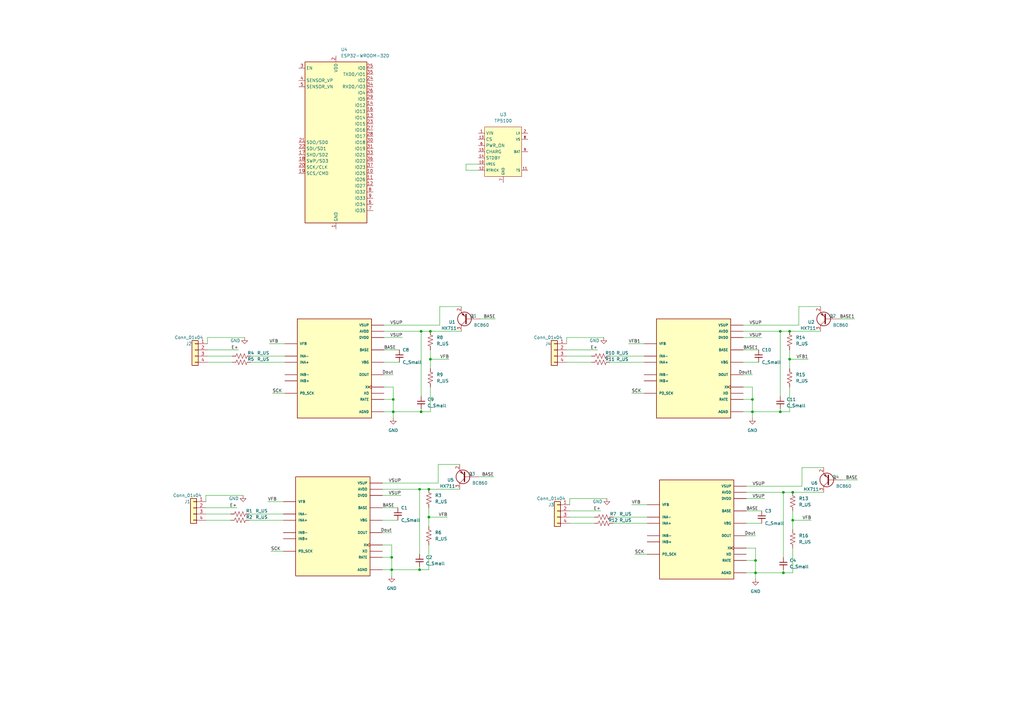
<source format=kicad_sch>
(kicad_sch (version 20230121) (generator eeschema)
  (paper "A3")
  (lib_symbols
    (symbol "Connector_Generic:Conn_01x04" (pin_names (offset 1.016) hide)
      (property "Reference" "J" (at 0 5.08 0))
      (property "Value" "Conn_01x04" (at 0 -7.62 0))
      (symbol "Conn_01x04_1_1"
        (rectangle (start -1.27 -4.953) (end 0 -5.207) (stroke (width 0.1524)))
        (rectangle (start -1.27 -2.413) (end 0 -2.667) (stroke (width 0.1524)))
        (rectangle (start -1.27 0.127) (end 0 -0.127) (stroke (width 0.1524)))
        (rectangle (start -1.27 2.667) (end 0 2.413) (stroke (width 0.1524)))
        (rectangle (start -1.27 3.81) (end 1.27 -6.35) (stroke (width 0.254)) (fill (type background)))
        (pin passive line (at -5.08 2.54 0) (length 3.81) (name "Pin_1") (number "1"))
        (pin passive line (at -5.08 0 0) (length 3.81) (name "Pin_2") (number "2"))
        (pin passive line (at -5.08 -2.54 0) (length 3.81) (name "Pin_3") (number "3"))
        (pin passive line (at -5.08 -5.08 0) (length 3.81) (name "Pin_4") (number "4"))
      )
    )
    (symbol "Device:C_Small" (pin_numbers hide) (pin_names (offset 0.254) hide)
      (property "Reference" "C" (at 0.254 1.778 0))
      (property "Value" "C_Small" (at 0.254 -2.032 0))
      (symbol "C_Small_0_1"
        (polyline (pts (xy -1.524 -0.508) (xy 1.524 -0.508)) (stroke (width 0.3302)))
        (polyline (pts (xy -1.524 0.508) (xy 1.524 0.508)) (stroke (width 0.3048)))
      )
      (symbol "C_Small_1_1"
        (pin passive line (at 0 2.54 270) (length 2.032) (name "~") (number "1"))
        (pin passive line (at 0 -2.54 90) (length 2.032) (name "~") (number "2"))
      )
    )
    (symbol "Device:R_US" (pin_numbers hide) (pin_names (offset 0))
      (property "Reference" "R" (at 2.54 0 90))
      (property "Value" "R_US" (at -2.54 0 90))
      (symbol "R_US_0_1"
        (polyline (pts (xy 0 -2.286) (xy 0 -2.54)))
        (polyline (pts (xy 0 2.286) (xy 0 2.54)))
        (polyline (pts (xy 0 -0.762) (xy 1.016 -1.143) (xy 0 -1.524) (xy -1.016 -1.905) (xy 0 -2.286)))
        (polyline (pts (xy 0 0.762) (xy 1.016 0.381) (xy 0 0) (xy -1.016 -0.381) (xy 0 -0.762)))
        (polyline (pts (xy 0 2.286) (xy 1.016 1.905) (xy 0 1.524) (xy -1.016 1.143) (xy 0 0.762)))
      )
      (symbol "R_US_1_1"
        (pin passive line (at 0 3.81 270) (length 1.27) (name "~") (number "1"))
        (pin passive line (at 0 -3.81 90) (length 1.27) (name "~") (number "2"))
      )
    )
    (symbol "HX711:HX711" (pin_numbers hide) (pin_names (offset 1.016))
      (property "Reference" "U" (at -15.24 22.86 0))
      (property "Value" "HX711" (at -15.24 -25.4 0))
      (symbol "HX711_0_0"
        (rectangle (start -15.24 -20.32) (end 15.24 20.32) (stroke (width 0.254)) (fill (type background)))
        (pin power_in line (at 20.32 17.78 180) (length 5.08) (name "VSUP") (number "1"))
        (pin input line (at -20.32 -5.08 0) (length 5.08) (name "INB+") (number "10"))
        (pin input line (at -20.32 -10.16 0) (length 5.08) (name "PD_SCK") (number "11"))
        (pin output line (at 20.32 -2.54 180) (length 5.08) (name "DOUT") (number "12"))
        (pin output line (at 20.32 -10.16 180) (length 5.08) (name "XO") (number "13"))
        (pin input clock (at 20.32 -7.62 180) (length 5.08) (name "XI") (number "14"))
        (pin input line (at 20.32 -12.7 180) (length 5.08) (name "RATE") (number "15"))
        (pin power_in line (at 20.32 12.7 180) (length 5.08) (name "DVDD") (number "16"))
        (pin output line (at 20.32 7.62 180) (length 5.08) (name "BASE") (number "2"))
        (pin power_in line (at 20.32 15.24 180) (length 5.08) (name "AVDD") (number "3"))
        (pin input line (at -20.32 10.16 0) (length 5.08) (name "VFB") (number "4"))
        (pin power_in line (at 20.32 -17.78 180) (length 5.08) (name "AGND") (number "5"))
        (pin output line (at 20.32 2.54 180) (length 5.08) (name "VBG") (number "6"))
        (pin input line (at -20.32 5.08 0) (length 5.08) (name "INA-") (number "7"))
        (pin input line (at -20.32 2.54 0) (length 5.08) (name "INA+") (number "8"))
        (pin input line (at -20.32 -2.54 0) (length 5.08) (name "INB-") (number "9"))
      )
    )
    (symbol "New_Library:TP5100"
      (property "Reference" "U" (at -13.97 0 0))
      (property "Value" "TP5100" (at -13.97 3.81 0))
      (symbol "TP5100_0_1"
        (rectangle (start -20.32 -1.27) (end -5.08 -21.59) (fill (type background)))
      )
      (symbol "TP5100_1_1"
        (pin input line (at -22.86 -3.81 0) (length 2.54) (name "VIN") (number "1"))
        (pin input line (at -22.86 -16.51 0) (length 2.54) (name "VREG") (number "10"))
        (pin input line (at -2.54 -19.05 180) (length 2.54) (name "TS") (number "11"))
        (pin input line (at -22.86 -19.05 0) (length 2.54) (name "RTRICK") (number "12"))
        (pin input line (at -22.86 -6.35 0) (length 2.54) (name "CS") (number "13"))
        (pin input line (at -22.86 -13.97 0) (length 2.54) (name "STDBY") (number "14"))
        (pin input line (at -22.86 -11.43 0) (length 2.54) (name "CHARG") (number "15"))
        (pin input line (at -2.54 -3.81 180) (length 2.54) (name "LX") (number "2"))
        (pin input line (at -22.86 -8.89 0) (length 2.54) (name "PWR_ON") (number "6"))
        (pin input line (at -12.7 -24.13 90) (length 2.54) (name "GND") (number "7"))
        (pin input line (at -2.54 -6.35 180) (length 2.54) (name "VS") (number "8"))
        (pin input line (at -2.54 -11.43 180) (length 2.54) (name "BAT") (number "9"))
      )
    )
    (symbol "RF_Module:ESP32-WROOM-32D"
      (property "Reference" "U" (at -12.7 34.29 0))
      (property "Value" "ESP32-WROOM-32D" (at 1.27 34.29 0))
      (symbol "ESP32-WROOM-32D_0_1"
        (rectangle (start -12.7 33.02) (end 12.7 -33.02) (stroke (width 0.254)) (fill (type background)))
      )
      (symbol "ESP32-WROOM-32D_1_1"
        (pin power_in line (at 0 -35.56 90) (length 2.54) (name "GND") (number "1"))
        (pin bidirectional line (at 15.24 -12.7 180) (length 2.54) (name "IO25") (number "10"))
        (pin bidirectional line (at 15.24 -15.24 180) (length 2.54) (name "IO26") (number "11"))
        (pin bidirectional line (at 15.24 -17.78 180) (length 2.54) (name "IO27") (number "12"))
        (pin bidirectional line (at 15.24 10.16 180) (length 2.54) (name "IO14") (number "13"))
        (pin bidirectional line (at 15.24 15.24 180) (length 2.54) (name "IO12") (number "14"))
        (pin passive line (at 0 -35.56 90) (length 2.54) hide (name "GND") (number "15"))
        (pin bidirectional line (at 15.24 12.7 180) (length 2.54) (name "IO13") (number "16"))
        (pin bidirectional line (at -15.24 -5.08 0) (length 2.54) (name "SHD/SD2") (number "17"))
        (pin bidirectional line (at -15.24 -7.62 0) (length 2.54) (name "SWP/SD3") (number "18"))
        (pin bidirectional line (at -15.24 -12.7 0) (length 2.54) (name "SCS/CMD") (number "19"))
        (pin power_in line (at 0 35.56 270) (length 2.54) (name "VDD") (number "2"))
        (pin bidirectional line (at -15.24 -10.16 0) (length 2.54) (name "SCK/CLK") (number "20"))
        (pin bidirectional line (at -15.24 0 0) (length 2.54) (name "SDO/SD0") (number "21"))
        (pin bidirectional line (at -15.24 -2.54 0) (length 2.54) (name "SDI/SD1") (number "22"))
        (pin bidirectional line (at 15.24 7.62 180) (length 2.54) (name "IO15") (number "23"))
        (pin bidirectional line (at 15.24 25.4 180) (length 2.54) (name "IO2") (number "24"))
        (pin bidirectional line (at 15.24 30.48 180) (length 2.54) (name "IO0") (number "25"))
        (pin bidirectional line (at 15.24 20.32 180) (length 2.54) (name "IO4") (number "26"))
        (pin bidirectional line (at 15.24 5.08 180) (length 2.54) (name "IO16") (number "27"))
        (pin bidirectional line (at 15.24 2.54 180) (length 2.54) (name "IO17") (number "28"))
        (pin bidirectional line (at 15.24 17.78 180) (length 2.54) (name "IO5") (number "29"))
        (pin input line (at -15.24 30.48 0) (length 2.54) (name "EN") (number "3"))
        (pin bidirectional line (at 15.24 0 180) (length 2.54) (name "IO18") (number "30"))
        (pin bidirectional line (at 15.24 -2.54 180) (length 2.54) (name "IO19") (number "31"))
        (pin no_connect line (at -12.7 -27.94 0) (length 2.54) hide (name "NC") (number "32"))
        (pin bidirectional line (at 15.24 -5.08 180) (length 2.54) (name "IO21") (number "33"))
        (pin bidirectional line (at 15.24 22.86 180) (length 2.54) (name "RXD0/IO3") (number "34"))
        (pin bidirectional line (at 15.24 27.94 180) (length 2.54) (name "TXD0/IO1") (number "35"))
        (pin bidirectional line (at 15.24 -7.62 180) (length 2.54) (name "IO22") (number "36"))
        (pin bidirectional line (at 15.24 -10.16 180) (length 2.54) (name "IO23") (number "37"))
        (pin passive line (at 0 -35.56 90) (length 2.54) hide (name "GND") (number "38"))
        (pin passive line (at 0 -35.56 90) (length 2.54) hide (name "GND") (number "39"))
        (pin input line (at -15.24 25.4 0) (length 2.54) (name "SENSOR_VP") (number "4"))
        (pin input line (at -15.24 22.86 0) (length 2.54) (name "SENSOR_VN") (number "5"))
        (pin input line (at 15.24 -25.4 180) (length 2.54) (name "IO34") (number "6"))
        (pin input line (at 15.24 -27.94 180) (length 2.54) (name "IO35") (number "7"))
        (pin bidirectional line (at 15.24 -20.32 180) (length 2.54) (name "IO32") (number "8"))
        (pin bidirectional line (at 15.24 -22.86 180) (length 2.54) (name "IO33") (number "9"))
      )
    )
    (symbol "Transistor_BJT:BC860" (pin_names (offset 0) hide)
      (property "Reference" "Q" (at 5.08 1.905 0))
      (property "Value" "BC860" (at 5.08 0 0))
      (symbol "BC860_0_1"
        (polyline (pts (xy 0.635 0.635) (xy 2.54 2.54)))
        (polyline (pts (xy 0.635 -0.635) (xy 2.54 -2.54) (xy 2.54 -2.54)))
        (polyline (pts (xy 0.635 1.905) (xy 0.635 -1.905) (xy 0.635 -1.905)) (stroke (width 0.508)))
        (polyline (pts (xy 2.286 -1.778) (xy 1.778 -2.286) (xy 1.27 -1.27) (xy 2.286 -1.778) (xy 2.286 -1.778)) (fill (type outline)))
        (circle (center 1.27 0) (radius 2.8194) (stroke (width 0.254)))
      )
      (symbol "BC860_1_1"
        (pin input line (at -5.08 0 0) (length 5.715) (name "B") (number "1"))
        (pin passive line (at 2.54 -5.08 90) (length 2.54) (name "E") (number "2"))
        (pin passive line (at 2.54 5.08 270) (length 2.54) (name "C") (number "3"))
      )
    )
    (symbol "power:GND" (power) (pin_names (offset 0))
      (property "Value" "GND" (at 0 -3.81 0))
      (symbol "GND_0_1"
        (polyline (pts (xy 0 0) (xy 0 -1.27) (xy 1.27 -1.27) (xy 0 -2.54) (xy -1.27 -1.27) (xy 0 -1.27)))
      )
      (symbol "GND_1_1"
        (pin power_in line (at 0 0 270) (length 0) hide (name "GND") (number "1"))
      )
    )
  )
  (junction (at 308.61 163.83))
  (junction (at 176.53 135.89))
  (junction (at 308.61 168.91))
  (junction (at 175.895 212.09))
  (junction (at 161.29 168.91))
  (junction (at 172.085 200.66))
  (junction (at 325.12 213.36))
  (junction (at 160.655 228.6))
  (junction (at 172.72 135.89))
  (junction (at 175.895 200.66))
  (junction (at 309.88 234.95))
  (junction (at 176.53 147.32))
  (junction (at 323.85 135.89))
  (junction (at 161.29 163.83))
  (junction (at 172.72 168.91))
  (junction (at 323.85 147.32))
  (junction (at 321.31 201.93))
  (junction (at 325.12 201.93))
  (junction (at 321.31 234.95))
  (junction (at 309.88 229.87))
  (junction (at 172.085 233.68))
  (junction (at 320.04 135.89))
  (junction (at 320.04 168.91))
  (junction (at 160.655 233.68))
  (wire (pts (xy 179.705 198.12) (xy 179.705 190.5)))
  (wire (pts (xy 156.845 208.28) (xy 163.195 208.28)))
  (wire (pts (xy 85.09 143.51) (xy 97.79 143.51)))
  (wire (pts (xy 160.655 223.52) (xy 160.655 228.6)))
  (wire (pts (xy 157.48 133.35) (xy 180.34 133.35)))
  (wire (pts (xy 176.53 143.51) (xy 176.53 147.32)))
  (wire (pts (xy 161.29 158.75) (xy 161.29 163.83)))
  (wire (pts (xy 321.31 201.93) (xy 321.31 228.6)))
  (wire (pts (xy 172.085 232.41) (xy 172.085 233.68)))
  (wire (pts (xy 156.845 203.2) (xy 164.465 203.2)))
  (wire (pts (xy 180.34 133.35) (xy 180.34 125.73)))
  (wire (pts (xy 172.085 200.66) (xy 175.895 200.66)))
  (wire (pts (xy 308.61 168.91) (xy 304.8 168.91)))
  (wire (pts (xy 306.07 209.55) (xy 312.42 209.55)))
  (wire (pts (xy 323.85 143.51) (xy 323.85 147.32)))
  (wire (pts (xy 259.08 207.01) (xy 265.43 207.01)))
  (wire (pts (xy 325.12 213.36) (xy 325.12 217.17)))
  (wire (pts (xy 304.8 158.75) (xy 308.61 158.75)))
  (wire (pts (xy 172.085 200.66) (xy 172.085 227.33)))
  (wire (pts (xy 233.68 204.47) (xy 248.92 204.47)))
  (wire (pts (xy 109.855 205.74) (xy 116.205 205.74)))
  (wire (pts (xy 309.88 234.95) (xy 309.88 237.49)))
  (wire (pts (xy 176.53 168.91) (xy 172.72 168.91)))
  (wire (pts (xy 157.48 153.67) (xy 161.29 153.67)))
  (wire (pts (xy 308.61 158.75) (xy 308.61 163.83)))
  (wire (pts (xy 161.29 163.83) (xy 157.48 163.83)))
  (wire (pts (xy 111.76 161.29) (xy 116.84 161.29)))
  (wire (pts (xy 172.72 168.91) (xy 161.29 168.91)))
  (wire (pts (xy 327.66 133.35) (xy 327.66 125.73)))
  (wire (pts (xy 172.72 135.89) (xy 176.53 135.89)))
  (wire (pts (xy 175.895 208.28) (xy 175.895 212.09)))
  (wire (pts (xy 175.895 212.09) (xy 183.515 212.09)))
  (wire (pts (xy 232.41 148.59) (xy 242.57 148.59)))
  (wire (pts (xy 308.61 163.83) (xy 304.8 163.83)))
  (wire (pts (xy 157.48 158.75) (xy 161.29 158.75)))
  (wire (pts (xy 160.655 228.6) (xy 160.655 233.68)))
  (wire (pts (xy 325.12 234.95) (xy 321.31 234.95)))
  (wire (pts (xy 308.61 168.91) (xy 308.61 171.45)))
  (wire (pts (xy 161.29 168.91) (xy 161.29 171.45)))
  (wire (pts (xy 259.08 161.29) (xy 264.16 161.29)))
  (wire (pts (xy 233.68 207.01) (xy 233.68 204.47)))
  (wire (pts (xy 196.215 69.85) (xy 191.135 69.85)))
  (wire (pts (xy 325.12 209.55) (xy 325.12 213.36)))
  (wire (pts (xy 102.235 210.82) (xy 116.205 210.82)))
  (wire (pts (xy 110.49 140.97) (xy 116.84 140.97)))
  (wire (pts (xy 304.8 153.67) (xy 308.61 153.67)))
  (wire (pts (xy 157.48 138.43) (xy 165.1 138.43)))
  (wire (pts (xy 160.655 233.68) (xy 156.845 233.68)))
  (wire (pts (xy 176.53 158.75) (xy 176.53 168.91)))
  (wire (pts (xy 232.41 140.97) (xy 232.41 138.43)))
  (wire (pts (xy 306.07 224.79) (xy 309.88 224.79)))
  (wire (pts (xy 84.455 208.28) (xy 97.155 208.28)))
  (wire (pts (xy 85.09 138.43) (xy 100.33 138.43)))
  (wire (pts (xy 160.655 228.6) (xy 156.845 228.6)))
  (wire (pts (xy 306.07 214.63) (xy 312.42 214.63)))
  (wire (pts (xy 306.07 204.47) (xy 313.69 204.47)))
  (wire (pts (xy 176.53 135.89) (xy 189.23 135.89)))
  (wire (pts (xy 84.455 213.36) (xy 94.615 213.36)))
  (wire (pts (xy 156.845 218.44) (xy 160.655 218.44)))
  (wire (pts (xy 309.88 224.79) (xy 309.88 229.87)))
  (wire (pts (xy 320.04 135.89) (xy 323.85 135.89)))
  (wire (pts (xy 157.48 148.59) (xy 163.83 148.59)))
  (wire (pts (xy 233.68 214.63) (xy 243.84 214.63)))
  (wire (pts (xy 111.125 226.06) (xy 116.205 226.06)))
  (wire (pts (xy 84.455 210.82) (xy 94.615 210.82)))
  (wire (pts (xy 84.455 205.74) (xy 84.455 203.2)))
  (wire (pts (xy 309.88 229.87) (xy 309.88 234.95)))
  (wire (pts (xy 191.135 69.85) (xy 191.135 67.31)))
  (wire (pts (xy 172.72 167.64) (xy 172.72 168.91)))
  (wire (pts (xy 156.845 223.52) (xy 160.655 223.52)))
  (wire (pts (xy 260.35 227.33) (xy 265.43 227.33)))
  (wire (pts (xy 84.455 203.2) (xy 99.695 203.2)))
  (wire (pts (xy 320.04 135.89) (xy 320.04 162.56)))
  (wire (pts (xy 232.41 138.43) (xy 247.65 138.43)))
  (wire (pts (xy 257.81 140.97) (xy 264.16 140.97)))
  (wire (pts (xy 309.88 234.95) (xy 306.07 234.95)))
  (wire (pts (xy 320.04 167.64) (xy 320.04 168.91)))
  (wire (pts (xy 306.07 199.39) (xy 328.93 199.39)))
  (wire (pts (xy 328.93 199.39) (xy 328.93 191.77)))
  (wire (pts (xy 233.68 212.09) (xy 243.84 212.09)))
  (wire (pts (xy 175.895 200.66) (xy 188.595 200.66)))
  (wire (pts (xy 304.8 148.59) (xy 311.15 148.59)))
  (wire (pts (xy 232.41 143.51) (xy 245.11 143.51)))
  (wire (pts (xy 309.88 229.87) (xy 306.07 229.87)))
  (wire (pts (xy 251.46 214.63) (xy 265.43 214.63)))
  (wire (pts (xy 156.845 213.36) (xy 163.195 213.36)))
  (wire (pts (xy 304.8 133.35) (xy 327.66 133.35)))
  (wire (pts (xy 161.29 163.83) (xy 161.29 168.91)))
  (wire (pts (xy 251.46 212.09) (xy 265.43 212.09)))
  (wire (pts (xy 176.53 147.32) (xy 176.53 151.13)))
  (wire (pts (xy 321.31 201.93) (xy 325.12 201.93)))
  (wire (pts (xy 102.235 213.36) (xy 116.205 213.36)))
  (wire (pts (xy 172.72 135.89) (xy 172.72 162.56)))
  (wire (pts (xy 344.17 130.81) (xy 350.52 130.81)))
  (wire (pts (xy 306.07 201.93) (xy 321.31 201.93)))
  (wire (pts (xy 85.09 146.05) (xy 95.25 146.05)))
  (wire (pts (xy 233.68 209.55) (xy 246.38 209.55)))
  (wire (pts (xy 306.07 219.71) (xy 309.88 219.71)))
  (wire (pts (xy 180.34 125.73) (xy 189.23 125.73)))
  (wire (pts (xy 250.19 146.05) (xy 264.16 146.05)))
  (wire (pts (xy 325.12 213.36) (xy 332.74 213.36)))
  (wire (pts (xy 157.48 135.89) (xy 172.72 135.89)))
  (wire (pts (xy 191.135 67.31) (xy 196.215 67.31)))
  (wire (pts (xy 323.85 147.32) (xy 323.85 151.13)))
  (wire (pts (xy 321.31 234.95) (xy 309.88 234.95)))
  (wire (pts (xy 172.085 233.68) (xy 160.655 233.68)))
  (wire (pts (xy 156.845 198.12) (xy 179.705 198.12)))
  (wire (pts (xy 325.12 201.93) (xy 337.82 201.93)))
  (wire (pts (xy 323.85 158.75) (xy 323.85 168.91)))
  (wire (pts (xy 160.655 233.68) (xy 160.655 236.22)))
  (wire (pts (xy 323.85 135.89) (xy 336.55 135.89)))
  (wire (pts (xy 304.8 135.89) (xy 320.04 135.89)))
  (wire (pts (xy 345.44 196.85) (xy 351.79 196.85)))
  (wire (pts (xy 320.04 168.91) (xy 308.61 168.91)))
  (wire (pts (xy 250.19 148.59) (xy 264.16 148.59)))
  (wire (pts (xy 232.41 146.05) (xy 242.57 146.05)))
  (wire (pts (xy 308.61 163.83) (xy 308.61 168.91)))
  (wire (pts (xy 323.85 147.32) (xy 331.47 147.32)))
  (wire (pts (xy 102.87 148.59) (xy 116.84 148.59)))
  (wire (pts (xy 328.93 191.77) (xy 337.82 191.77)))
  (wire (pts (xy 176.53 147.32) (xy 184.15 147.32)))
  (wire (pts (xy 196.215 195.58) (xy 202.565 195.58)))
  (wire (pts (xy 323.85 168.91) (xy 320.04 168.91)))
  (wire (pts (xy 304.8 143.51) (xy 311.15 143.51)))
  (wire (pts (xy 161.29 168.91) (xy 157.48 168.91)))
  (wire (pts (xy 157.48 143.51) (xy 163.83 143.51)))
  (wire (pts (xy 196.85 130.81) (xy 203.2 130.81)))
  (wire (pts (xy 175.895 233.68) (xy 172.085 233.68)))
  (wire (pts (xy 85.09 148.59) (xy 95.25 148.59)))
  (wire (pts (xy 102.87 146.05) (xy 116.84 146.05)))
  (wire (pts (xy 327.66 125.73) (xy 336.55 125.73)))
  (wire (pts (xy 175.895 212.09) (xy 175.895 215.9)))
  (wire (pts (xy 175.895 223.52) (xy 175.895 233.68)))
  (wire (pts (xy 325.12 224.79) (xy 325.12 234.95)))
  (wire (pts (xy 85.09 140.97) (xy 85.09 138.43)))
  (wire (pts (xy 179.705 190.5) (xy 188.595 190.5)))
  (wire (pts (xy 304.8 138.43) (xy 312.42 138.43)))
  (wire (pts (xy 156.845 200.66) (xy 172.085 200.66)))
  (wire (pts (xy 321.31 233.68) (xy 321.31 234.95)))
  (label "E+" (at 245.11 143.51 180))
  (label "VSUP" (at 159.385 198.12 0))
  (label "VSUP" (at 160.02 133.35 0))
  (label "VSUP" (at 312.42 138.43 180))
  (label "VFB" (at 183.515 212.09 180))
  (label "BASE" (at 156.845 208.28 0))
  (label "VSUP" (at 308.61 199.39 0))
  (label "VFB" (at 184.15 147.32 180))
  (label "VSUP" (at 164.465 203.2 180))
  (label "VFB1" (at 257.81 140.97 0))
  (label "VFB" (at 332.74 213.36 180))
  (label "Dout" (at 309.88 219.71 180))
  (label "SCK" (at 260.35 227.33 0))
  (label "BASE" (at 203.2 130.81 180))
  (label "SCK" (at 111.76 161.29 0))
  (label "SCK" (at 259.08 161.29 0))
  (label "Dout1" (at 308.61 153.67 180))
  (label "VFB" (at 110.49 140.97 0))
  (label "BASE1" (at 350.52 130.81 180))
  (label "Dout" (at 160.655 218.44 180))
  (label "BASE" (at 157.48 143.51 0))
  (label "E+" (at 97.155 208.28 180))
  (label "VSUP" (at 307.34 133.35 0))
  (label "SCK" (at 111.125 226.06 0))
  (label "E+" (at 246.38 209.55 180))
  (label "VSUP" (at 165.1 138.43 180))
  (label "BASE" (at 202.565 195.58 180))
  (label "BASE" (at 306.07 209.55 0))
  (label "BASE1" (at 304.8 143.51 0))
  (label "VFB" (at 109.855 205.74 0))
  (label "Dout" (at 161.29 153.67 180))
  (label "E+" (at 97.79 143.51 180))
  (label "VFB" (at 259.08 207.01 0))
  (label "BASE" (at 351.79 196.85 180))
  (label "VSUP" (at 313.69 204.47 180))
  (label "VFB1" (at 331.47 147.32 180))
  (symbol (lib_id "power:GND") (at 308.61 171.45 0) (unit 1)
    (property "Reference" "#PWR0106" (effects hide))
    (property "Value" "GND" (at 308.61 176.53 0))
  )
  (symbol (lib_id "power:GND") (at 99.695 203.2 0) (unit 1)
    (property "Reference" "#PWR01" (effects hide))
    (property "Value" "GND" (at 95.885 204.47 0))
  )
  (symbol (lib_id "Device:R_US") (at 99.06 148.59 90) (unit 1)
    (property "Reference" "R5" (at 102.87 147.32 90))
    (property "Value" "R_US" (at 107.95 147.32 90))
    (property "Footprint" "Resistor_SMD:R_0603_1608Metric_Pad0.98x0.95mm_HandSolder" (effects hide))
  )
  (symbol (lib_id "Device:R_US") (at 247.65 212.09 90) (unit 1)
    (property "Reference" "R7" (at 251.46 210.82 90))
    (property "Value" "R_US" (at 256.54 210.82 90))
    (property "Footprint" "Resistor_SMD:R_0603_1608Metric_Pad0.98x0.95mm_HandSolder" (effects hide))
  )
  (symbol (lib_id "Device:R_US") (at 98.425 210.82 90) (unit 1)
    (property "Reference" "R1" (at 102.235 209.55 90))
    (property "Value" "R_US" (at 107.315 209.55 90))
    (property "Footprint" "Resistor_SMD:R_0603_1608Metric_Pad0.98x0.95mm_HandSolder" (effects hide))
  )
  (symbol (lib_id "Device:R_US") (at 175.895 204.47 0) (unit 1)
    (property "Reference" "R3" (at 178.435 203.1999 0) (effects (justify left)))
    (property "Value" "R_US" (at 178.435 205.7399 0) (effects (justify left)))
    (property "Footprint" "Resistor_SMD:R_0603_1608Metric_Pad0.98x0.95mm_HandSolder" (effects hide))
  )
  (symbol (lib_id "New_Library:TP5100") (at 219.075 50.8 0) (unit 1)
    (property "Reference" "U3" (at 206.375 46.99 0))
    (property "Value" "TP5100" (at 206.375 49.53 0))
    (property "Footprint" "Package_DFN_QFN:QFN-16-1EP_4x4mm_P0.65mm_EP2.5x2.5mm_ThermalVias" (effects hide))
  )
  (symbol (lib_id "power:GND") (at 247.65 138.43 0) (unit 1)
    (property "Reference" "#PWR0101" (effects hide))
    (property "Value" "GND" (at 243.84 139.7 0))
  )
  (symbol (lib_id "Device:R_US") (at 176.53 139.7 0) (unit 1)
    (property "Reference" "R8" (at 179.07 138.4299 0) (effects (justify left)))
    (property "Value" "R_US" (at 179.07 140.9699 0) (effects (justify left)))
    (property "Footprint" "Resistor_SMD:R_0603_1608Metric_Pad0.98x0.95mm_HandSolder" (effects hide))
  )
  (symbol (lib_id "Device:R_US") (at 247.65 214.63 90) (unit 1)
    (property "Reference" "R12" (at 251.46 213.36 90))
    (property "Value" "R_US" (at 256.54 213.36 90))
    (property "Footprint" "Resistor_SMD:R_0603_1608Metric_Pad0.98x0.95mm_HandSolder" (effects hide))
  )
  (symbol (lib_id "Device:R_US") (at 325.12 220.98 0) (unit 1)
    (property "Reference" "R16" (at 327.66 219.7099 0) (effects (justify left)))
    (property "Value" "R_US" (at 327.66 222.2499 0) (effects (justify left)))
    (property "Footprint" "Resistor_SMD:R_0603_1608Metric_Pad0.98x0.95mm_HandSolder" (effects hide))
  )
  (symbol (lib_id "Device:R_US") (at 246.38 148.59 90) (unit 1)
    (property "Reference" "R11" (at 250.19 147.32 90))
    (property "Value" "R_US" (at 255.27 147.32 90))
    (property "Footprint" "Resistor_SMD:R_0603_1608Metric_Pad0.98x0.95mm_HandSolder" (effects hide))
  )
  (symbol (lib_id "power:GND") (at 161.29 171.45 0) (unit 1)
    (property "Reference" "#PWR0103" (effects hide))
    (property "Value" "GND" (at 161.29 176.53 0))
  )
  (symbol (lib_id "Transistor_BJT:BC860") (at 191.77 130.81 180) (unit 1)
    (property "Reference" "Q1" (at 195.58 129.54 0) (effects (justify left)))
    (property "Value" "BC860" (at 200.66 133.35 0) (effects (justify left)))
    (property "Footprint" "Package_TO_SOT_SMD:SOT-23" (effects hide))
    (property "Datasheet" "http://www.infineon.com/dgdl/Infineon-BC857SERIES_BC858SERIES_BC859SERIES_BC860SERIES-DS-v01_01-en.pdf?fileId=db3a304314dca389011541da0e3a1661" (effects hide))
  )
  (symbol (lib_id "Device:R_US") (at 176.53 154.94 0) (unit 1)
    (property "Reference" "R9" (at 179.07 153.6699 0) (effects (justify left)))
    (property "Value" "R_US" (at 179.07 156.2099 0) (effects (justify left)))
    (property "Footprint" "Resistor_SMD:R_0603_1608Metric_Pad0.98x0.95mm_HandSolder" (effects hide))
  )
  (symbol (lib_id "RF_Module:ESP32-WROOM-32D") (at 137.795 58.42 0) (unit 1)
    (property "Reference" "U4" (at 139.8144 20.32 0) (effects (justify left)))
    (property "Value" "ESP32-WROOM-32D" (at 139.8144 22.86 0) (effects (justify left)))
    (property "Footprint" "RF_Module:ESP32-WROOM-32" (effects hide))
    (property "Datasheet" "https://www.espressif.com/sites/default/files/documentation/esp32-wroom-32d_esp32-wroom-32u_datasheet_en.pdf" (effects hide))
  )
  (symbol (lib_id "Connector_Generic:Conn_01x04") (at 228.6 209.55 0) (mirror y) (unit 1)
    (property "Reference" "J3" (at 226.06 207.01 0))
    (property "Value" "Conn_01x04" (at 226.06 204.47 0))
    (property "Footprint" "Connector_JST:JST_ZE_BM04B-ZESS-TBT_1x04-1MP_P1.50mm_Vertical" (effects hide))
  )
  (symbol (lib_id "Device:C_Small") (at 321.31 231.14 0) (unit 1)
    (property "Reference" "C4" (at 323.85 229.8762 0) (effects (justify left)))
    (property "Value" "C_Small" (at 323.85 232.4162 0) (effects (justify left)))
    (property "Footprint" "Capacitor_SMD:C_0603_1608Metric_Pad1.08x0.95mm_HandSolder" (effects hide))
  )
  (symbol (lib_id "Device:R_US") (at 246.38 146.05 90) (unit 1)
    (property "Reference" "R10" (at 250.19 144.78 90))
    (property "Value" "R_US" (at 255.27 144.78 90))
    (property "Footprint" "Resistor_SMD:R_0603_1608Metric_Pad0.98x0.95mm_HandSolder" (effects hide))
  )
  (symbol (lib_id "HX711:HX711") (at 284.48 151.13 0) (unit 1)
    (property "Reference" "U2" (at 332.74 132.08 0))
    (property "Value" "HX711" (at 331.47 134.62 0))
    (property "Footprint" "HX711:SOP127P600X180-16N" (effects hide))
    (property "MAXIMUM_PACKAGE_HEIGHT" "1.8 mm" (effects hide))
    (property "STANDARD" "IPC-7351B" (effects hide))
    (property "PARTREV" "V2.0" (effects hide))
    (property "MANUFACTURER" "Avia Semiconductor" (effects hide))
    (property "SNAPEDA_PN" "HX711" (effects hide))
  )
  (symbol (lib_id "HX711:HX711") (at 136.525 215.9 0) (unit 1)
    (property "Reference" "U5" (at 184.785 196.85 0))
    (property "Value" "HX711" (at 183.515 199.39 0))
    (property "Footprint" "HX711:SOP127P600X180-16N" (effects hide))
    (property "MAXIMUM_PACKAGE_HEIGHT" "1.8 mm" (effects hide))
    (property "STANDARD" "IPC-7351B" (effects hide))
    (property "PARTREV" "V2.0" (effects hide))
    (property "MANUFACTURER" "Avia Semiconductor" (effects hide))
    (property "SNAPEDA_PN" "HX711" (effects hide))
  )
  (symbol (lib_id "Device:R_US") (at 325.12 205.74 0) (unit 1)
    (property "Reference" "R13" (at 327.66 204.4699 0) (effects (justify left)))
    (property "Value" "R_US" (at 327.66 207.0099 0) (effects (justify left)))
    (property "Footprint" "Resistor_SMD:R_0603_1608Metric_Pad0.98x0.95mm_HandSolder" (effects hide))
  )
  (symbol (lib_id "Connector_Generic:Conn_01x04") (at 227.33 143.51 0) (mirror y) (unit 1)
    (property "Reference" "J4" (at 224.79 140.97 0))
    (property "Value" "Conn_01x04" (at 224.79 138.43 0))
    (property "Footprint" "Connector_JST:JST_ZE_BM04B-ZESS-TBT_1x04-1MP_P1.50mm_Vertical" (effects hide))
  )
  (symbol (lib_id "Device:C_Small") (at 172.085 229.87 0) (unit 1)
    (property "Reference" "C2" (at 174.625 228.6062 0) (effects (justify left)))
    (property "Value" "C_Small" (at 174.625 231.1462 0) (effects (justify left)))
    (property "Footprint" "Capacitor_SMD:C_0603_1608Metric_Pad1.08x0.95mm_HandSolder" (effects hide))
  )
  (symbol (lib_id "Device:C_Small") (at 320.04 165.1 0) (unit 1)
    (property "Reference" "C11" (at 322.58 163.8362 0) (effects (justify left)))
    (property "Value" "C_Small" (at 322.58 166.3762 0) (effects (justify left)))
    (property "Footprint" "Capacitor_SMD:C_0603_1608Metric_Pad1.08x0.95mm_HandSolder" (effects hide))
  )
  (symbol (lib_id "power:GND") (at 100.33 138.43 0) (unit 1)
    (property "Reference" "#PWR0105" (effects hide))
    (property "Value" "GND" (at 96.52 139.7 0))
  )
  (symbol (lib_id "Device:R_US") (at 98.425 213.36 90) (unit 1)
    (property "Reference" "R2" (at 102.235 212.09 90))
    (property "Value" "R_US" (at 107.315 212.09 90))
    (property "Footprint" "Resistor_SMD:R_0603_1608Metric_Pad0.98x0.95mm_HandSolder" (effects hide))
  )
  (symbol (lib_id "Device:C_Small") (at 163.83 146.05 0) (unit 1)
    (property "Reference" "C8" (at 165.1 143.51 0) (effects (justify left)))
    (property "Value" "C_Small" (at 165.1 148.59 0) (effects (justify left)))
    (property "Footprint" "Capacitor_SMD:C_0603_1608Metric_Pad1.08x0.95mm_HandSolder" (effects hide))
  )
  (symbol (lib_id "Device:R_US") (at 175.895 219.71 0) (unit 1)
    (property "Reference" "R6" (at 178.435 218.4399 0) (effects (justify left)))
    (property "Value" "R_US" (at 178.435 220.9799 0) (effects (justify left)))
    (property "Footprint" "Resistor_SMD:R_0603_1608Metric_Pad0.98x0.95mm_HandSolder" (effects hide))
  )
  (symbol (lib_id "power:GND") (at 160.655 236.22 0) (unit 1)
    (property "Reference" "#PWR02" (effects hide))
    (property "Value" "GND" (at 160.655 241.3 0))
  )
  (symbol (lib_id "Transistor_BJT:BC860") (at 339.09 130.81 180) (unit 1)
    (property "Reference" "Q2" (at 342.9 129.54 0) (effects (justify left)))
    (property "Value" "BC860" (at 347.98 133.35 0) (effects (justify left)))
    (property "Footprint" "Package_TO_SOT_SMD:SOT-23" (effects hide))
    (property "Datasheet" "http://www.infineon.com/dgdl/Infineon-BC857SERIES_BC858SERIES_BC859SERIES_BC860SERIES-DS-v01_01-en.pdf?fileId=db3a304314dca389011541da0e3a1661" (effects hide))
  )
  (symbol (lib_id "Device:R_US") (at 99.06 146.05 90) (unit 1)
    (property "Reference" "R4" (at 102.87 144.78 90))
    (property "Value" "R_US" (at 107.95 144.78 90))
    (property "Footprint" "Resistor_SMD:R_0603_1608Metric_Pad0.98x0.95mm_HandSolder" (effects hide))
  )
  (symbol (lib_id "Device:C_Small") (at 163.195 210.82 0) (unit 1)
    (property "Reference" "C1" (at 164.465 208.28 0) (effects (justify left)))
    (property "Value" "C_Small" (at 164.465 213.36 0) (effects (justify left)))
    (property "Footprint" "Capacitor_SMD:C_0603_1608Metric_Pad1.08x0.95mm_HandSolder" (effects hide))
  )
  (symbol (lib_id "power:GND") (at 309.88 237.49 0) (unit 1)
    (property "Reference" "#PWR04" (effects hide))
    (property "Value" "GND" (at 309.88 242.57 0))
  )
  (symbol (lib_id "Device:C_Small") (at 172.72 165.1 0) (unit 1)
    (property "Reference" "C9" (at 175.26 163.8362 0) (effects (justify left)))
    (property "Value" "C_Small" (at 175.26 166.3762 0) (effects (justify left)))
    (property "Footprint" "Capacitor_SMD:C_0603_1608Metric_Pad1.08x0.95mm_HandSolder" (effects hide))
  )
  (symbol (lib_id "Device:R_US") (at 323.85 154.94 0) (unit 1)
    (property "Reference" "R15" (at 326.39 153.6699 0) (effects (justify left)))
    (property "Value" "R_US" (at 326.39 156.2099 0) (effects (justify left)))
    (property "Footprint" "Resistor_SMD:R_0603_1608Metric_Pad0.98x0.95mm_HandSolder" (effects hide))
  )
  (symbol (lib_id "Device:R_US") (at 323.85 139.7 0) (unit 1)
    (property "Reference" "R14" (at 326.39 138.4299 0) (effects (justify left)))
    (property "Value" "R_US" (at 326.39 140.9699 0) (effects (justify left)))
    (property "Footprint" "Resistor_SMD:R_0603_1608Metric_Pad0.98x0.95mm_HandSolder" (effects hide))
  )
  (symbol (lib_id "Transistor_BJT:BC860") (at 340.36 196.85 180) (unit 1)
    (property "Reference" "Q4" (at 344.17 195.58 0) (effects (justify left)))
    (property "Value" "BC860" (at 349.25 199.39 0) (effects (justify left)))
    (property "Footprint" "Package_TO_SOT_SMD:SOT-23" (effects hide))
    (property "Datasheet" "http://www.infineon.com/dgdl/Infineon-BC857SERIES_BC858SERIES_BC859SERIES_BC860SERIES-DS-v01_01-en.pdf?fileId=db3a304314dca389011541da0e3a1661" (effects hide))
  )
  (symbol (lib_id "Connector_Generic:Conn_01x04") (at 80.01 143.51 0) (mirror y) (unit 1)
    (property "Reference" "J2" (at 77.47 140.97 0))
    (property "Value" "Conn_01x04" (at 77.47 138.43 0))
    (property "Footprint" "Connector_JST:JST_ZE_BM04B-ZESS-TBT_1x04-1MP_P1.50mm_Vertical" (effects hide))
  )
  (symbol (lib_id "power:GND") (at 248.92 204.47 0) (unit 1)
    (property "Reference" "#PWR03" (effects hide))
    (property "Value" "GND" (at 245.11 205.74 0))
  )
  (symbol (lib_id "Transistor_BJT:BC860") (at 191.135 195.58 180) (unit 1)
    (property "Reference" "Q3" (at 194.945 194.31 0) (effects (justify left)))
    (property "Value" "BC860" (at 200.025 198.12 0) (effects (justify left)))
    (property "Footprint" "Package_TO_SOT_SMD:SOT-23" (effects hide))
    (property "Datasheet" "http://www.infineon.com/dgdl/Infineon-BC857SERIES_BC858SERIES_BC859SERIES_BC860SERIES-DS-v01_01-en.pdf?fileId=db3a304314dca389011541da0e3a1661" (effects hide))
  )
  (symbol (lib_id "Connector_Generic:Conn_01x04") (at 79.375 208.28 0) (mirror y) (unit 1)
    (property "Reference" "J1" (at 76.835 205.74 0))
    (property "Value" "Conn_01x04" (at 76.835 203.2 0))
    (property "Footprint" "Connector_JST:JST_ZE_BM04B-ZESS-TBT_1x04-1MP_P1.50mm_Vertical" (effects hide))
  )
  (symbol (lib_id "HX711:HX711") (at 285.75 217.17 0) (unit 1)
    (property "Reference" "U6" (at 334.01 198.12 0))
    (property "Value" "HX711" (at 332.74 200.66 0))
    (property "Footprint" "HX711:SOP127P600X180-16N" (effects hide))
    (property "MAXIMUM_PACKAGE_HEIGHT" "1.8 mm" (effects hide))
    (property "STANDARD" "IPC-7351B" (effects hide))
    (property "PARTREV" "V2.0" (effects hide))
    (property "MANUFACTURER" "Avia Semiconductor" (effects hide))
    (property "SNAPEDA_PN" "HX711" (effects hide))
  )
  (symbol (lib_id "HX711:HX711") (at 137.16 151.13 0) (unit 1)
    (property "Reference" "U1" (at 185.42 132.08 0))
    (property "Value" "HX711" (at 184.15 134.62 0))
    (property "Footprint" "HX711:SOP127P600X180-16N" (effects hide))
    (property "MAXIMUM_PACKAGE_HEIGHT" "1.8 mm" (effects hide))
    (property "STANDARD" "IPC-7351B" (effects hide))
    (property "PARTREV" "V2.0" (effects hide))
    (property "MANUFACTURER" "Avia Semiconductor" (effects hide))
    (property "SNAPEDA_PN" "HX711" (effects hide))
  )
  (symbol (lib_id "Device:C_Small") (at 312.42 212.09 0) (unit 1)
    (property "Reference" "C3" (at 313.69 209.55 0) (effects (justify left)))
    (property "Value" "C_Small" (at 313.69 214.63 0) (effects (justify left)))
    (property "Footprint" "Capacitor_SMD:C_0603_1608Metric_Pad1.08x0.95mm_HandSolder" (effects hide))
  )
  (symbol (lib_id "Device:C_Small") (at 311.15 146.05 0) (unit 1)
    (property "Reference" "C10" (at 312.42 143.51 0) (effects (justify left)))
    (property "Value" "C_Small" (at 312.42 148.59 0) (effects (justify left)))
    (property "Footprint" "Capacitor_SMD:C_0603_1608Metric_Pad1.08x0.95mm_HandSolder" (effects hide))
  )
)
</source>
